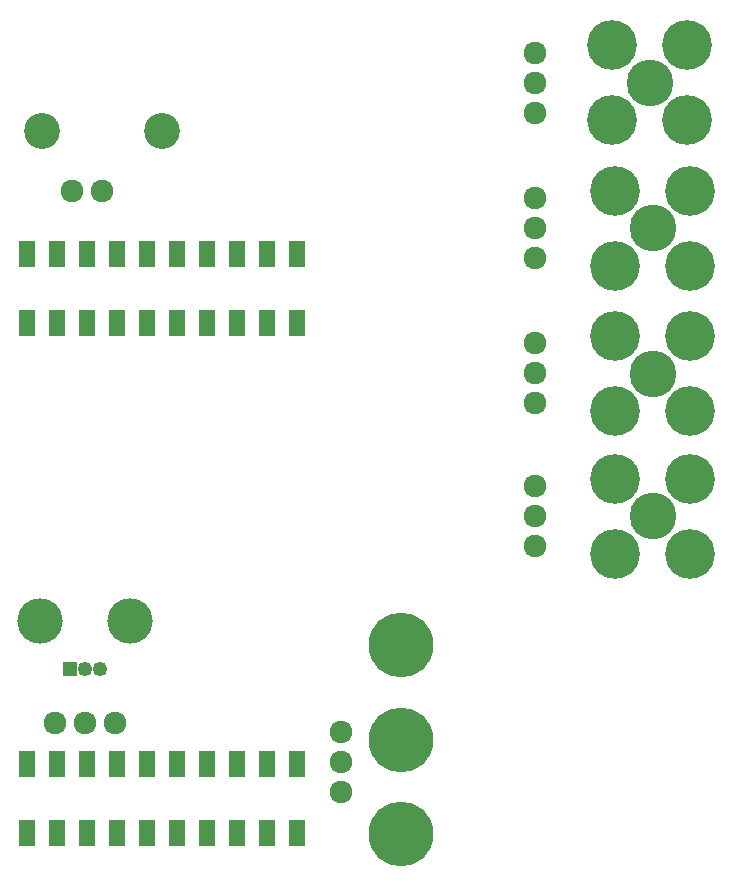
<source format=gbr>
G04 #@! TF.FileFunction,Soldermask,Bot*
%FSLAX46Y46*%
G04 Gerber Fmt 4.6, Leading zero omitted, Abs format (unit mm)*
G04 Created by KiCad (PCBNEW 4.0.7) date 04/22/18 16:27:13*
%MOMM*%
%LPD*%
G01*
G04 APERTURE LIST*
%ADD10C,0.100000*%
%ADD11C,5.480000*%
%ADD12C,1.924000*%
%ADD13C,3.850000*%
%ADD14R,1.250000X1.250000*%
%ADD15C,1.250000*%
%ADD16C,3.041600*%
%ADD17R,1.390600X2.178000*%
%ADD18C,4.210000*%
%ADD19C,3.956000*%
G04 APERTURE END LIST*
D10*
D11*
X142748000Y-167261000D03*
X142748000Y-175260000D03*
X142748000Y-183261000D03*
D12*
X137703560Y-174594520D03*
X137703560Y-177134520D03*
X137703560Y-179674520D03*
X118567200Y-173812200D03*
X116027200Y-173812200D03*
X113487200Y-173812200D03*
D13*
X119837200Y-165176200D03*
X112217200Y-165176200D03*
D14*
X114757200Y-169265600D03*
D15*
X116007200Y-169265600D03*
X117257200Y-169265600D03*
D12*
X117475000Y-128778000D03*
X114935000Y-128778000D03*
D16*
X112395000Y-123698000D03*
X122555000Y-123698000D03*
D17*
X133985000Y-183172100D03*
X111125000Y-134150100D03*
X111125000Y-139992100D03*
X111125000Y-177330100D03*
X111125000Y-183172100D03*
X113665000Y-134150100D03*
X116205000Y-134150100D03*
X118745000Y-134150100D03*
X121285000Y-134150100D03*
X123825000Y-134150100D03*
X126365000Y-134150100D03*
X128905000Y-134150100D03*
X131445000Y-134150100D03*
X133985000Y-134150100D03*
X113665000Y-139992100D03*
X116205000Y-139992100D03*
X118745000Y-139992100D03*
X121285000Y-139992100D03*
X123825000Y-139992100D03*
X126365000Y-139992100D03*
X128905000Y-139992100D03*
X131445000Y-139992100D03*
X133985000Y-139992100D03*
X113665000Y-177330100D03*
X116205000Y-177330100D03*
X118745000Y-177330100D03*
X121285000Y-177330100D03*
X123825000Y-177330100D03*
X126365000Y-177330100D03*
X128905000Y-177330100D03*
X133985000Y-177330100D03*
X113665000Y-183172100D03*
X116205000Y-183172100D03*
X118745000Y-183172100D03*
X121285000Y-183172100D03*
X123825000Y-183172100D03*
X126365000Y-183172100D03*
X128905000Y-183172100D03*
X131445000Y-183172100D03*
X131445000Y-177330100D03*
D18*
X160909000Y-128778000D03*
D19*
X164084000Y-131953000D03*
D18*
X167259000Y-128778000D03*
X160909000Y-135128000D03*
X167259000Y-135128000D03*
X160909000Y-141097000D03*
D19*
X164084000Y-144272000D03*
D18*
X167259000Y-141097000D03*
X160909000Y-147447000D03*
X167259000Y-147447000D03*
X160909000Y-153162000D03*
D19*
X164084000Y-156337000D03*
D18*
X167259000Y-153162000D03*
X160909000Y-159512000D03*
X167259000Y-159512000D03*
X160655000Y-116459000D03*
D19*
X163830000Y-119634000D03*
D18*
X167005000Y-116459000D03*
X160655000Y-122809000D03*
X167005000Y-122809000D03*
D12*
X154114500Y-122174000D03*
X154114500Y-119634000D03*
X154114500Y-117094000D03*
X154114500Y-134493000D03*
X154114500Y-131953000D03*
X154114500Y-129413000D03*
X154114500Y-146748500D03*
X154114500Y-144208500D03*
X154114500Y-141668500D03*
X154114500Y-158813500D03*
X154114500Y-156273500D03*
X154114500Y-153733500D03*
M02*

</source>
